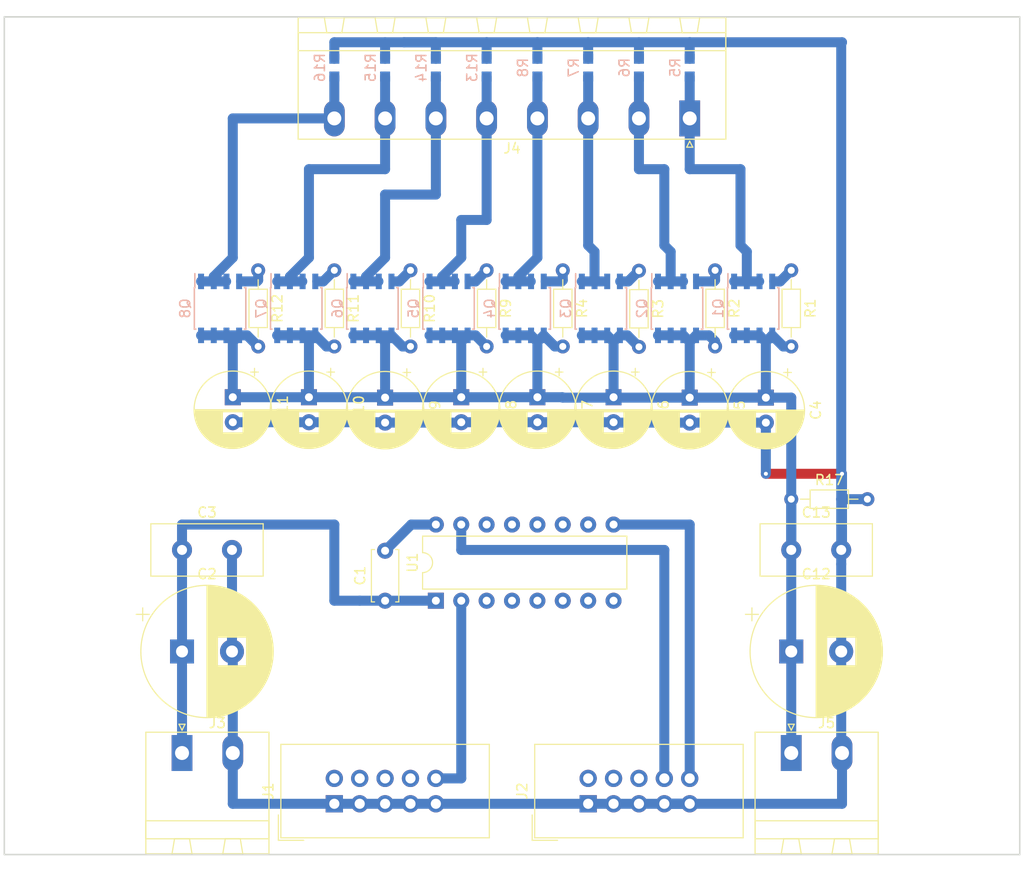
<source format=kicad_pcb>
(kicad_pcb (version 20221018) (generator pcbnew)
  (layers (0 "F.Cu" signal) (31 "B.Cu" signal) (34 "B.Paste" user) (35 "F.Paste" user) (36 "B.SilkS" user "B.Silkscreen") (37 "F.SilkS" user "F.Silkscreen") (38 "B.Mask" user) (39 "F.Mask" user) (44 "Edge.Cuts" user))
  (net 0 "")
  (net 1 "GND")
  (net 2 "VDD")
  (net 3 "VCC")
  (net 4 "Net-(J1-Pad2)")
  (net 5 "Net-(J1-Pad4)")
  (net 6 "Net-(J1-Pad6)")
  (net 7 "Net-(J1-Pad8)")
  (net 8 "Net-(J1-Pad10)")
  (net 9 "Net-(J2-Pad10)")
  (net 10 "LED_LAYER_0")
  (net 11 "LED_LAYER_1")
  (net 12 "LED_LAYER_2")
  (net 13 "LED_LAYER_3")
  (net 14 "LED_LAYER_4")
  (net 15 "LED_LAYER_5")
  (net 16 "LED_LAYER_6")
  (net 17 "LED_LAYER_7")
  (net 18 "LAYER_0")
  (net 19 "LAYER_1")
  (net 20 "LAYER_2")
  (net 21 "LAYER_3")
  (net 22 "LAYER_4")
  (net 23 "LAYER_5")
  (net 24 "LAYER_6")
  (net 25 "LAYER_7")
  (footprint "MountingHole:MountingHole_3.5mm" (layer "F.Cu") (at 107.62 142.38)
    (fp_text reference "REF**" hide)
    (fp_text value "MountingHole_3.5mm")
    (pad "" np_thru_hole circle (at 0 0) (size 3.5 3.5) (drill 3.5) (layers "*.Cu" "*.Mask"))
  )
  (footprint "MountingHole:MountingHole_3.5mm" (layer "F.Cu") (at 193.98 142.38)
    (fp_text reference "REF**" hide)
    (fp_text value "MountingHole_3.5mm")
    (pad "" np_thru_hole circle (at 0 0) (size 3.5 3.5) (drill 3.5) (layers "*.Cu" "*.Mask"))
  )
  (footprint "MountingHole:MountingHole_3.5mm" (layer "F.Cu") (at 107.62 71.26)
    (fp_text reference "REF**" hide)
    (fp_text value "MountingHole_3.5mm")
    (pad "" np_thru_hole circle (at 0 0) (size 3.5 3.5) (drill 3.5) (layers "*.Cu" "*.Mask"))
  )
  (footprint "MountingHole:MountingHole_3.5mm" (layer "F.Cu") (at 193.98 73.8)
    (fp_text reference "REF**" hide)
    (fp_text value "MountingHole_3.5mm")
    (pad "" np_thru_hole circle (at 0 0) (size 3.5 3.5) (drill 3.5) (layers "*.Cu" "*.Mask"))
  )
  (footprint "Capacitor_THT:CP_Radial_D7.5mm_P2.50mm" (layer "F.Cu") (at 176.2 104.28 -90)
    (fp_text reference "C4" (at 1.25 -5 270) (layer "F.SilkS"))
    (fp_text value "10µF")
    (pad "1" thru_hole rect (at 0 0 270) (size 1.6 1.6) (drill 0.8) (layers "*.Cu" "*.Mask") (net 2 "VDD"))
    (pad "2" thru_hole circle (at 2.5 0 270) (size 1.6 1.6) (drill 0.8) (layers "*.Cu" "*.Mask") (net 1 "GND"))
  )
  (footprint "Capacitor_THT:CP_Radial_D7.5mm_P2.50mm" (layer "F.Cu") (at 153.34 104.24 -90)
    (fp_text reference "C7" (at 1.25 -5 270) (layer "F.SilkS"))
    (fp_text value "10µF")
    (pad "1" thru_hole rect (at 0 0 270) (size 1.6 1.6) (drill 0.8) (layers "*.Cu" "*.Mask") (net 2 "VDD"))
    (pad "2" thru_hole circle (at 2.5 0 270) (size 1.6 1.6) (drill 0.8) (layers "*.Cu" "*.Mask") (net 1 "GND"))
  )
  (footprint "Capacitor_THT:CP_Radial_D7.5mm_P2.50mm" (layer "F.Cu") (at 145.72 104.24 -90)
    (fp_text reference "C8" (at 1.25 -5 270) (layer "F.SilkS"))
    (fp_text value "10µF")
    (pad "1" thru_hole rect (at 0 0 270) (size 1.6 1.6) (drill 0.8) (layers "*.Cu" "*.Mask") (net 2 "VDD"))
    (pad "2" thru_hole circle (at 2.5 0 270) (size 1.6 1.6) (drill 0.8) (layers "*.Cu" "*.Mask") (net 1 "GND"))
  )
  (footprint "Capacitor_THT:CP_Radial_D13.0mm_P5.00mm" (layer "F.Cu") (at 178.74 129.68)
    (fp_text reference "C12" (at 2.5 -7.75) (layer "F.SilkS"))
    (fp_text value "33µF")
    (pad "1" thru_hole rect (at 0 0) (size 2.4 2.4) (drill 1.2) (layers "*.Cu" "*.Mask") (net 2 "VDD"))
    (pad "2" thru_hole circle (at 5 0) (size 2.4 2.4) (drill 1.2) (layers "*.Cu" "*.Mask") (net 1 "GND"))
  )
  (footprint "Capacitor_THT:C_Disc_D11.0mm_W5.0mm_P5.00mm" (layer "F.Cu") (at 178.74 119.52)
    (fp_text reference "C13" (at 2.5 -3.75) (layer "F.SilkS"))
    (fp_text value "100nF")
    (pad "1" thru_hole circle (at 0 0) (size 2 2) (drill 1) (layers "*.Cu" "*.Mask") (net 2 "VDD"))
    (pad "2" thru_hole circle (at 5 0) (size 2 2) (drill 1) (layers "*.Cu" "*.Mask") (net 1 "GND"))
  )
  (footprint "Connector_Phoenix_MSTB:PhoenixContact_MSTBA_2,5_2-G-5,08_1x02_P5.08mm_Horizontal" (layer "F.Cu") (at 117.78 139.84)
    (fp_text reference "J3" (at 3.54 -3) (layer "F.SilkS"))
    (fp_text value "Conn_01x02")
    (pad "1" thru_hole rect (at 0 0) (size 2.08 3.6) (drill 1.4) (layers "*.Cu" "*.Mask") (net 3 "VCC"))
    (pad "2" thru_hole oval (at 5.08 0) (size 2.08 3.6) (drill 1.4) (layers "*.Cu" "*.Mask") (net 1 "GND"))
  )
  (footprint "Package_DIP:DIP-16_W7.62mm" (layer "F.Cu") (at 143.18 124.6 90)
    (fp_text reference "U1" (at 3.81 -2.33 90) (layer "F.SilkS"))
    (fp_text value "TPIC6C595")
    (pad "1" thru_hole rect (at 0 0 90) (size 1.6 1.6) (drill 0.8) (layers "*.Cu" "*.Mask") (net 3 "VCC"))
    (pad "2" thru_hole oval (at 0 2.54 90) (size 1.6 1.6) (drill 0.8) (layers "*.Cu" "*.Mask") (net 8 "Net-(J1-Pad10)"))
    (pad "3" thru_hole oval (at 0 5.08 90) (size 1.6 1.6) (drill 0.8) (layers "*.Cu" "*.Mask") (net 18 "LAYER_0"))
    (pad "4" thru_hole oval (at 0 7.62 90) (size 1.6 1.6) (drill 0.8) (layers "*.Cu" "*.Mask") (net 19 "LAYER_1"))
    (pad "5" thru_hole oval (at 0 10.16 90) (size 1.6 1.6) (drill 0.8) (layers "*.Cu" "*.Mask") (net 20 "LAYER_2"))
    (pad "6" thru_hole oval (at 0 12.7 90) (size 1.6 1.6) (drill 0.8) (layers "*.Cu" "*.Mask") (net 21 "LAYER_3"))
    (pad "7" thru_hole oval (at 0 15.24 90) (size 1.6 1.6) (drill 0.8) (layers "*.Cu" "*.Mask") (net 5 "Net-(J1-Pad4)"))
    (pad "8" thru_hole oval (at 0 17.78 90) (size 1.6 1.6) (drill 0.8) (layers "*.Cu" "*.Mask") (net 4 "Net-(J1-Pad2)"))
    (pad "9" thru_hole oval (at 7.62 17.78 90) (size 1.6 1.6) (drill 0.8) (layers "*.Cu" "*.Mask") (net 9 "Net-(J2-Pad10)"))
    (pad "10" thru_hole oval (at 7.62 15.24 90) (size 1.6 1.6) (drill 0.8) (layers "*.Cu" "*.Mask") (net 6 "Net-(J1-Pad6)"))
    (pad "11" thru_hole oval (at 7.62 12.7 90) (size 1.6 1.6) (drill 0.8) (layers "*.Cu" "*.Mask") (net 22 "LAYER_4"))
    (pad "12" thru_hole oval (at 7.62 10.16 90) (size 1.6 1.6) (drill 0.8) (layers "*.Cu" "*.Mask") (net 23 "LAYER_5"))
    (pad "13" thru_hole oval (at 7.62 7.62 90) (size 1.6 1.6) (drill 0.8) (layers "*.Cu" "*.Mask") (net 24 "LAYER_6"))
    (pad "14" thru_hole oval (at 7.62 5.08 90) (size 1.6 1.6) (drill 0.8) (layers "*.Cu" "*.Mask") (net 25 "LAYER_7"))
    (pad "15" thru_hole oval (at 7.62 2.54 90) (size 1.6 1.6) (drill 0.8) (layers "*.Cu" "*.Mask") (net 7 "Net-(J1-Pad8)"))
    (pad "16" thru_hole oval (at 7.62 0 90) (size 1.6 1.6) (drill 0.8) (layers "*.Cu" "*.Mask") (net 1 "GND"))
  )
  (footprint "Capacitor_THT:CP_Radial_D7.5mm_P2.50mm" (layer "F.Cu") (at 138.1 104.28 -90)
    (fp_text reference "C9" (at 1.25 -5 270) (layer "F.SilkS"))
    (fp_text value "10µF")
    (pad "1" thru_hole rect (at 0 0 270) (size 1.6 1.6) (drill 0.8) (layers "*.Cu" "*.Mask") (net 2 "VDD"))
    (pad "2" thru_hole circle (at 2.5 0 270) (size 1.6 1.6) (drill 0.8) (layers "*.Cu" "*.Mask") (net 1 "GND"))
  )
  (footprint "Capacitor_THT:CP_Radial_D7.5mm_P2.50mm" (layer "F.Cu") (at 122.86 104.24 -90)
    (fp_text reference "C11" (at 1.25 -5 270) (layer "F.SilkS"))
    (fp_text value "10µF")
    (pad "1" thru_hole rect (at 0 0 270) (size 1.6 1.6) (drill 0.8) (layers "*.Cu" "*.Mask") (net 2 "VDD"))
    (pad "2" thru_hole circle (at 2.5 0 270) (size 1.6 1.6) (drill 0.8) (layers "*.Cu" "*.Mask") (net 1 "GND"))
  )
  (footprint "Connector_Phoenix_MSTB:PhoenixContact_MSTBA_2,5_8-G-5,08_1x08_P5.08mm_Horizontal" (layer "F.Cu") (at 168.58 76.34 180)
    (fp_text reference "J4" (at 17.78 -3 180) (layer "F.SilkS"))
    (fp_text value "Conn_01x08")
    (pad "1" thru_hole rect (at 0 0 180) (size 2.08 3.6) (drill 1.4) (layers "*.Cu" "*.Mask") (net 10 "LED_LAYER_0"))
    (pad "2" thru_hole oval (at 5.08 0 180) (size 2.08 3.6) (drill 1.4) (layers "*.Cu" "*.Mask") (net 11 "LED_LAYER_1"))
    (pad "3" thru_hole oval (at 10.16 0 180) (size 2.08 3.6) (drill 1.4) (layers "*.Cu" "*.Mask") (net 12 "LED_LAYER_2"))
    (pad "4" thru_hole oval (at 15.24 0 180) (size 2.08 3.6) (drill 1.4) (layers "*.Cu" "*.Mask") (net 13 "LED_LAYER_3"))
    (pad "5" thru_hole oval (at 20.32 0 180) (size 2.08 3.6) (drill 1.4) (layers "*.Cu" "*.Mask") (net 14 "LED_LAYER_4"))
    (pad "6" thru_hole oval (at 25.4 0 180) (size 2.08 3.6) (drill 1.4) (layers "*.Cu" "*.Mask") (net 15 "LED_LAYER_5"))
    (pad "7" thru_hole oval (at 30.48 0 180) (size 2.08 3.6) (drill 1.4) (layers "*.Cu" "*.Mask") (net 16 "LED_LAYER_6"))
    (pad "8" thru_hole oval (at 35.56 0 180) (size 2.08 3.6) (drill 1.4) (layers "*.Cu" "*.Mask") (net 17 "LED_LAYER_7"))
  )
  (footprint "Connector_Phoenix_MSTB:PhoenixContact_MSTBA_2,5_2-G-5,08_1x02_P5.08mm_Horizontal" (layer "F.Cu") (at 178.74 139.84)
    (fp_text reference "J5" (at 3.54 -3) (layer "F.SilkS"))
    (fp_text value "Conn_01x02")
    (pad "1" thru_hole rect (at 0 0) (size 2.08 3.6) (drill 1.4) (layers "*.Cu" "*.Mask") (net 2 "VDD"))
    (pad "2" thru_hole oval (at 5.08 0) (size 2.08 3.6) (drill 1.4) (layers "*.Cu" "*.Mask") (net 1 "GND"))
  )
  (footprint "Capacitor_THT:C_Disc_D11.0mm_W5.0mm_P5.00mm" (layer "F.Cu") (at 117.78 119.52)
    (fp_text reference "C3" (at 2.5 -3.75) (layer "F.SilkS"))
    (fp_text value "100nF")
    (pad "1" thru_hole circle (at 0 0) (size 2 2) (drill 1) (layers "*.Cu" "*.Mask") (net 3 "VCC"))
    (pad "2" thru_hole circle (at 5 0) (size 2 2) (drill 1) (layers "*.Cu" "*.Mask") (net 1 "GND"))
  )
  (footprint "Resistor_THT:R_Axial_DIN0204_L3.6mm_D1.6mm_P7.62mm_Horizontal" (layer "F.Cu") (at 178.74 91.54 -90)
    (fp_text reference "R1" (at 3.81 -1.92 270) (layer "F.SilkS"))
    (fp_text value "1k")
    (pad "1" thru_hole circle (at 0 0 270) (size 1.4 1.4) (drill 0.7) (layers "*.Cu" "*.Mask") (net 18 "LAYER_0"))
    (pad "2" thru_hole oval (at 7.62 0 270) (size 1.4 1.4) (drill 0.7) (layers "*.Cu" "*.Mask") (net 2 "VDD"))
  )
  (footprint "Resistor_THT:R_Axial_DIN0204_L3.6mm_D1.6mm_P7.62mm_Horizontal" (layer "F.Cu") (at 163.5 91.58 -90)
    (fp_text reference "R3" (at 3.81 -1.92 270) (layer "F.SilkS"))
    (fp_text value "1k")
    (pad "1" thru_hole circle (at 0 0 270) (size 1.4 1.4) (drill 0.7) (layers "*.Cu" "*.Mask") (net 20 "LAYER_2"))
    (pad "2" thru_hole oval (at 7.62 0 270) (size 1.4 1.4) (drill 0.7) (layers "*.Cu" "*.Mask") (net 2 "VDD"))
  )
  (footprint "Resistor_THT:R_Axial_DIN0204_L3.6mm_D1.6mm_P7.62mm_Horizontal" (layer "F.Cu") (at 155.88 91.54 -90)
    (fp_text reference "R4" (at 3.81 -1.92 270) (layer "F.SilkS"))
    (fp_text value "1k")
    (pad "1" thru_hole circle (at 0 0 270) (size 1.4 1.4) (drill 0.7) (layers "*.Cu" "*.Mask") (net 21 "LAYER_3"))
    (pad "2" thru_hole oval (at 7.62 0 270) (size 1.4 1.4) (drill 0.7) (layers "*.Cu" "*.Mask") (net 2 "VDD"))
  )
  (footprint "Resistor_THT:R_Axial_DIN0204_L3.6mm_D1.6mm_P7.62mm_Horizontal" (layer "F.Cu") (at 148.26 91.54 -90)
    (fp_text reference "R9" (at 3.81 -1.92 270) (layer "F.SilkS"))
    (fp_text value "1k")
    (pad "1" thru_hole circle (at 0 0 270) (size 1.4 1.4) (drill 0.7) (layers "*.Cu" "*.Mask") (net 22 "LAYER_4"))
    (pad "2" thru_hole oval (at 7.62 0 270) (size 1.4 1.4) (drill 0.7) (layers "*.Cu" "*.Mask") (net 2 "VDD"))
  )
  (footprint "Resistor_THT:R_Axial_DIN0204_L3.6mm_D1.6mm_P7.62mm_Horizontal" (layer "F.Cu") (at 140.64 91.54 -90)
    (fp_text reference "R10" (at 3.81 -1.92 270) (layer "F.SilkS"))
    (fp_text value "1k")
    (pad "1" thru_hole circle (at 0 0 270) (size 1.4 1.4) (drill 0.7) (layers "*.Cu" "*.Mask") (net 23 "LAYER_5"))
    (pad "2" thru_hole oval (at 7.62 0 270) (size 1.4 1.4) (drill 0.7) (layers "*.Cu" "*.Mask") (net 2 "VDD"))
  )
  (footprint "Resistor_THT:R_Axial_DIN0204_L3.6mm_D1.6mm_P7.62mm_Horizontal" (layer "F.Cu") (at 125.4 91.54 -90)
    (fp_text reference "R12" (at 3.81 -1.92 270) (layer "F.SilkS"))
    (fp_text value "1k")
    (pad "1" thru_hole circle (at 0 0 270) (size 1.4 1.4) (drill 0.7) (layers "*.Cu" "*.Mask") (net 25 "LAYER_7"))
    (pad "2" thru_hole oval (at 7.62 0 270) (size 1.4 1.4) (drill 0.7) (layers "*.Cu" "*.Mask") (net 2 "VDD"))
  )
  (footprint "Resistor_THT:R_Axial_DIN0204_L3.6mm_D1.6mm_P7.62mm_Horizontal" (layer "F.Cu") (at 178.74 114.44)
    (fp_text reference "R17" (at 3.81 -1.92) (layer "F.SilkS"))
    (fp_text value "100k")
    (pad "1" thru_hole circle (at 0 0) (size 1.4 1.4) (drill 0.7) (layers "*.Cu" "*.Mask") (net 2 "VDD"))
    (pad "2" thru_hole oval (at 7.62 0) (size 1.4 1.4) (drill 0.7) (layers "*.Cu" "*.Mask") (net 1 "GND"))
  )
  (footprint "Resistor_THT:R_Axial_DIN0204_L3.6mm_D1.6mm_P7.62mm_Horizontal" (layer "F.Cu") (at 171.12 91.54 -90)
    (fp_text reference "R2" (at 3.81 -1.92 270) (layer "F.SilkS"))
    (fp_text value "1k")
    (pad "1" thru_hole circle (at 0 0 270) (size 1.4 1.4) (drill 0.7) (layers "*.Cu" "*.Mask") (net 19 "LAYER_1"))
    (pad "2" thru_hole oval (at 7.62 0 270) (size 1.4 1.4) (drill 0.7) (layers "*.Cu" "*.Mask") (net 2 "VDD"))
  )
  (footprint "Capacitor_THT:CP_Radial_D7.5mm_P2.50mm" (layer "F.Cu") (at 130.48 104.24 -90)
    (fp_text reference "C10" (at 1.25 -5 270) (layer "F.SilkS"))
    (fp_text value "10µF")
    (pad "1" thru_hole rect (at 0 0 270) (size 1.6 1.6) (drill 0.8) (layers "*.Cu" "*.Mask") (net 2 "VDD"))
    (pad "2" thru_hole circle (at 2.5 0 270) (size 1.6 1.6) (drill 0.8) (layers "*.Cu" "*.Mask") (net 1 "GND"))
  )
  (footprint "Capacitor_THT:CP_Radial_D7.5mm_P2.50mm" (layer "F.Cu") (at 160.96 104.24 -90)
    (fp_text reference "C6" (at 1.25 -5 270) (layer "F.SilkS"))
    (fp_text value "10µF")
    (pad "1" thru_hole rect (at 0 0 270) (size 1.6 1.6) (drill 0.8) (layers "*.Cu" "*.Mask") (net 2 "VDD"))
    (pad "2" thru_hole circle (at 2.5 0 270) (size 1.6 1.6) (drill 0.8) (layers "*.Cu" "*.Mask") (net 1 "GND"))
  )
  (footprint "Capacitor_THT:CP_Radial_D7.5mm_P2.50mm" (layer "F.Cu") (at 168.58 104.28 -90)
    (fp_text reference "C5" (at 1.25 -5 270) (layer "F.SilkS"))
    (fp_text value "10µF")
    (pad "1" thru_hole rect (at 0 0 270) (size 1.6 1.6) (drill 0.8) (layers "*.Cu" "*.Mask") (net 2 "VDD"))
    (pad "2" thru_hole circle (at 2.5 0 270) (size 1.6 1.6) (drill 0.8) (layers "*.Cu" "*.Mask") (net 1 "GND"))
  )
  (footprint "Resistor_THT:R_Axial_DIN0204_L3.6mm_D1.6mm_P7.62mm_Horizontal" (layer "F.Cu") (at 133.02 91.54 -90)
    (fp_text reference "R11" (at 3.81 -1.92 270) (layer "F.SilkS"))
    (fp_text value "1k")
    (pad "1" thru_hole circle (at 0 0 270) (size 1.4 1.4) (drill 0.7) (layers "*.Cu" "*.Mask") (net 24 "LAYER_6"))
    (pad "2" thru_hole oval (at 7.62 0 270) (size 1.4 1.4) (drill 0.7) (layers "*.Cu" "*.Mask") (net 2 "VDD"))
  )
  (footprint "Capacitor_THT:C_Disc_D5.0mm_W2.5mm_P5.00mm" (layer "F.Cu") (at 138.1 124.6 90)
    (fp_text reference "C1" (at 2.5 -2.5 90) (layer "F.SilkS"))
    (fp_text value "100nF")
    (pad "1" thru_hole circle (at 0 0 90) (size 1.6 1.6) (drill 0.8) (layers "*.Cu" "*.Mask") (net 3 "VCC"))
    (pad "2" thru_hole circle (at 5 0 90) (size 1.6 1.6) (drill 0.8) (layers "*.Cu" "*.Mask") (net 1 "GND"))
  )
  (footprint "Capacitor_THT:CP_Radial_D13.0mm_P5.00mm" (layer "F.Cu") (at 117.78 129.68)
    (fp_text reference "C2" (at 2.5 -7.75) (layer "F.SilkS"))
    (fp_text value "33µF")
    (pad "1" thru_hole rect (at 0 0) (size 2.4 2.4) (drill 1.2) (layers "*.Cu" "*.Mask") (net 3 "VCC"))
    (pad "2" thru_hole circle (at 5 0) (size 2.4 2.4) (drill 1.2) (layers "*.Cu" "*.Mask") (net 1 "GND"))
  )
  (footprint "Connector_IDC:IDC-Header_2x05_P2.54mm_Vertical" (layer "F.Cu") (at 133.02 144.92 90)
    (fp_text reference "J1" (at 1.27 -6.604 90) (layer "F.SilkS"))
    (fp_text value "Conn_01x10")
    (pad "1" thru_hole rect (at 0 0 90) (size 1.7272 1.7272) (drill 1.016) (layers "*.Cu" "*.Mask") (net 1 "GND"))
    (pad "2" thru_hole oval (at 2.54 0 90) (size 1.7272 1.7272) (drill 1.016) (layers "*.Cu" "*.Mask") (net 4 "Net-(J1-Pad2)"))
    (pad "3" thru_hole oval (at 0 2.54 90) (size 1.7272 1.7272) (drill 1.016) (layers "*.Cu" "*.Mask") (net 1 "GND"))
    (pad "4" thru_hole oval (at 2.54 2.54 90) (size 1.7272 1.7272) (drill 1.016) (layers "*.Cu" "*.Mask") (net 5 "Net-(J1-Pad4)"))
    (pad "5" thru_hole oval (at 0 5.08 90) (size 1.7272 1.7272) (drill 1.016) (layers "*.Cu" "*.Mask") (net 1 "GND"))
    (pad "6" thru_hole oval (at 2.54 5.08 90) (size 1.7272 1.7272) (drill 1.016) (layers "*.Cu" "*.Mask") (net 6 "Net-(J1-Pad6)"))
    (pad "7" thru_hole oval (at 0 7.62 90) (size 1.7272 1.7272) (drill 1.016) (layers "*.Cu" "*.Mask") (net 1 "GND"))
    (pad "8" thru_hole oval (at 2.54 7.62 90) (size 1.7272 1.7272) (drill 1.016) (layers "*.Cu" "*.Mask") (net 7 "Net-(J1-Pad8)"))
    (pad "9" thru_hole oval (at 0 10.16 90) (size 1.7272 1.7272) (drill 1.016) (layers "*.Cu" "*.Mask") (net 1 "GND"))
    (pad "10" thru_hole oval (at 2.54 10.16 90) (size 1.7272 1.7272) (drill 1.016) (layers "*.Cu" "*.Mask") (net 8 "Net-(J1-Pad10)"))
  )
  (footprint "Connector_IDC:IDC-Header_2x05_P2.54mm_Vertical" (layer "F.Cu") (at 158.42 144.92 90)
    (fp_text reference "J2" (at 1.27 -6.604 90) (layer "F.SilkS"))
    (fp_text value "Conn_01x10")
    (pad "1" thru_hole rect (at 0 0 90) (size 1.7272 1.7272) (drill 1.016) (layers "*.Cu" "*.Mask") (net 1 "GND"))
    (pad "2" thru_hole oval (at 2.54 0 90) (size 1.7272 1.7272) (drill 1.016) (layers "*.Cu" "*.Mask") (net 4 "Net-(J1-Pad2)"))
    (pad "3" thru_hole oval (at 0 2.54 90) (size 1.7272 1.7272) (drill 1.016) (layers "*.Cu" "*.Mask") (net 1 "GND"))
    (pad "4" thru_hole oval (at 2.54 2.54 90) (size 1.7272 1.7272) (drill 1.016) (layers "*.Cu" "*.Mask") (net 5 "Net-(J1-Pad4)"))
    (pad "5" thru_hole oval (at 0 5.08 90) (size 1.7272 1.7272) (drill 1.016) (layers "*.Cu" "*.Mask") (net 1 "GND"))
    (pad "6" thru_hole oval (at 2.54 5.08 90) (size 1.7272 1.7272) (drill 1.016) (layers "*.Cu" "*.Mask") (net 6 "Net-(J1-Pad6)"))
    (pad "7" thru_hole oval (at 0 7.62 90) (size 1.7272 1.7272) (drill 1.016) (layers "*.Cu" "*.Mask") (net 1 "GND"))
    (pad "8" thru_hole oval (at 2.54 7.62 90) (size 1.7272 1.7272) (drill 1.016) (layers "*.Cu" "*.Mask") (net 7 "Net-(J1-Pad8)"))
    (pad "9" thru_hole oval (at 0 10.16 90) (size 1.7272 1.7272) (drill 1.016) (layers "*.Cu" "*.Mask") (net 1 "GND"))
    (pad "10" thru_hole oval (at 2.54 10.16 90) (size 1.7272 1.7272) (drill 1.016) (layers "*.Cu" "*.Mask") (net 9 "Net-(J2-Pad10)"))
  )
  (footprint "Package_SO:SOIC-8_3.9x4.9mm_P1.27mm" (layer "B.Cu") (at 159.69 95.35 -90)
    (fp_text reference "Q3" (at 0 3.5 270) (layer "B.SilkS") (effects (justify mirror)))
    (fp_text value "SI4463")
    (pad "1" smd rect (at -2.7 1.905 270) (size 1.55 0.6) (layers "B.Cu" "B.Paste" "B.Mask") (net 12 "LED_LAYER_2"))
    (pad "2" smd rect (at -2.7 0.635 270) (size 1.55 0.6) (layers "B.Cu" "B.Paste" "B.Mask") (net 12 "LED_LAYER_2"))
    (pad "3" smd rect (at -2.7 -0.635 270) (size 1.55 0.6) (layers "B.Cu" "B.Paste" "B.Mask") (net 12 "LED_LAYER_2"))
    (pad "4" smd rect (at -2.7 -1.905 270) (size 1.55 0.6) (layers "B.Cu" "B.Paste" "B.Mask") (net 20 "LAYER_2"))
    (pad "5" smd rect (at 2.7 -1.905 270) (size 1.55 0.6) (layers "B.Cu" "B.Paste" "B.Mask") (net 2 "VDD"))
    (pad "6" smd rect (at 2.7 -0.635 270) (size 1.55 0.6) (layers "B.Cu" "B.Paste" "B.Mask") (net 2 "VDD"))
    (pad "7" smd rect (at 2.7 0.635 270) (size 1.55 0.6) (layers "B.Cu" "B.Paste" "B.Mask") (net 2 "VDD"))
    (pad "8" smd rect (at 2.7 1.905 270) (size 1.55 0.6) (layers "B.Cu" "B.Paste" "B.Mask") (net 2 "VDD"))
  )
  (footprint "Package_SO:SOIC-8_3.9x4.9mm_P1.27mm" (layer "B.Cu") (at 152.07 95.35 -90)
    (fp_text reference "Q4" (at 0 3.5 270) (layer "B.SilkS") (effects (justify mirror)))
    (fp_text value "SI4463")
    (pad "1" smd rect (at -2.7 1.905 270) (size 1.55 0.6) (layers "B.Cu" "B.Paste" "B.Mask") (net 13 "LED_LAYER_3"))
    (pad "2" smd rect (at -2.7 0.635 270) (size 1.55 0.6) (layers "B.Cu" "B.Paste" "B.Mask") (net 13 "LED_LAYER_3"))
    (pad "3" smd rect (at -2.7 -0.635 270) (size 1.55 0.6) (layers "B.Cu" "B.Paste" "B.Mask") (net 13 "LED_LAYER_3"))
    (pad "4" smd rect (at -2.7 -1.905 270) (size 1.55 0.6) (layers "B.Cu" "B.Paste" "B.Mask") (net 21 "LAYER_3"))
    (pad "5" smd rect (at 2.7 -1.905 270) (size 1.55 0.6) (layers "B.Cu" "B.Paste" "B.Mask") (net 2 "VDD"))
    (pad "6" smd rect (at 2.7 -0.635 270) (size 1.55 0.6) (layers "B.Cu" "B.Paste" "B.Mask") (net 2 "VDD"))
    (pad "7" smd rect (at 2.7 0.635 270) (size 1.55 0.6) (layers "B.Cu" "B.Paste" "B.Mask") (net 2 "VDD"))
    (pad "8" smd rect (at 2.7 1.905 270) (size 1.55 0.6) (layers "B.Cu" "B.Paste" "B.Mask") (net 2 "VDD"))
  )
  (footprint "Package_SO:SOIC-8_3.9x4.9mm_P1.27mm" (layer "B.Cu") (at 144.45 95.35 -90)
    (fp_text reference "Q5" (at 0 3.5 270) (layer "B.SilkS") (effects (justify mirror)))
    (fp_text value "SI4463")
    (pad "1" smd rect (at -2.7 1.905 270) (size 1.55 0.6) (layers "B.Cu" "B.Paste" "B.Mask") (net 14 "LED_LAYER_4"))
    (pad "2" smd rect (at -2.7 0.635 270) (size 1.55 0.6) (layers "B.Cu" "B.Paste" "B.Mask") (net 14 "LED_LAYER_4"))
    (pad "3" smd rect (at -2.7 -0.635 270) (size 1.55 0.6) (layers "B.Cu" "B.Paste" "B.Mask") (net 14 "LED_LAYER_4"))
    (pad "4" smd rect (at -2.7 -1.905 270) (size 1.55 0.6) (layers "B.Cu" "B.Paste" "B.Mask") (net 22 "LAYER_4"))
    (pad "5" smd rect (at 2.7 -1.905 270) (size 1.55 0.6) (layers "B.Cu" "B.Paste" "B.Mask") (net 2 "VDD"))
    (pad "6" smd rect (at 2.7 -0.635 270) (size 1.55 0.6) (layers "B.Cu" "B.Paste" "B.Mask") (net 2 "VDD"))
    (pad "7" smd rect (at 2.7 0.635 270) (size 1.55 0.6) (layers "B.Cu" "B.Paste" "B.Mask") (net 2 "VDD"))
    (pad "8" smd rect (at 2.7 1.905 270) (size 1.55 0.6) (layers "B.Cu" "B.Paste" "B.Mask") (net 2 "VDD"))
  )
  (footprint "Package_SO:SOIC-8_3.9x4.9mm_P1.27mm" (layer "B.Cu") (at 136.83 95.35 -90)
    (fp_text reference "Q6" (at 0 3.5 270) (layer "B.SilkS") (effects (justify mirror)))
    (fp_text value "SI4463")
    (pad "1" smd rect (at -2.7 1.905 270) (size 1.55 0.6) (layers "B.Cu" "B.Paste" "B.Mask") (net 15 "LED_LAYER_5"))
    (pad "2" smd rect (at -2.7 0.635 270) (size 1.55 0.6) (layers "B.Cu" "B.Paste" "B.Mask") (net 15 "LED_LAYER_5"))
    (pad "3" smd rect (at -2.7 -0.635 270) (size 1.55 0.6) (layers "B.Cu" "B.Paste" "B.Mask") (net 15 "LED_LAYER_5"))
    (pad "4" smd rect (at -2.7 -1.905 270) (size 1.55 0.6) (layers "B.Cu" "B.Paste" "B.Mask") (net 23 "LAYER_5"))
    (pad "5" smd rect (at 2.7 -1.905 270) (size 1.55 0.6) (layers "B.Cu" "B.Paste" "B.Mask") (net 2 "VDD"))
    (pad "6" smd rect (at 2.7 -0.635 270) (size 1.55 0.6) (layers "B.Cu" "B.Paste" "B.Mask") (net 2 "VDD"))
    (pad "7" smd rect (at 2.7 0.635 270) (size 1.55 0.6) (layers "B.Cu" "B.Paste" "B.Mask") (net 2 "VDD"))
    (pad "8" smd rect (at 2.7 1.905 270) (size 1.55 0.6) (layers "B.Cu" "B.Paste" "B.Mask") (net 2 "VDD"))
  )
  (footprint "Package_SO:SOIC-8_3.9x4.9mm_P1.27mm" (layer "B.Cu") (at 129.21 95.35 -90)
    (fp_text reference "Q7" (at 0 3.5 270) (layer "B.SilkS") (effects (justify mirror)))
    (fp_text value "SI4463")
    (pad "1" smd rect (at -2.7 1.905 270) (size 1.55 0.6) (layers "B.Cu" "B.Paste" "B.Mask") (net 16 "LED_LAYER_6"))
    (pad "2" smd rect (at -2.7 0.635 270) (size 1.55 0.6) (layers "B.Cu" "B.Paste" "B.Mask") (net 16 "LED_LAYER_6"))
    (pad "3" smd rect (at -2.7 -0.635 270) (size 1.55 0.6) (layers "B.Cu" "B.Paste" "B.Mask") (net 16 "LED_LAYER_6"))
    (pad "4" smd rect (at -2.7 -1.905 270) (size 1.55 0.6) (layers "B.Cu" "B.Paste" "B.Mask") (net 24 "LAYER_6"))
    (pad "5" smd rect (at 2.7 -1.905 270) (size 1.55 0.6) (layers "B.Cu" "B.Paste" "B.Mask") (net 2 "VDD"))
    (pad "6" smd rect (at 2.7 -0.635 270) (size 1.55 0.6) (layers "B.Cu" "B.Paste" "B.Mask") (net 2 "VDD"))
    (pad "7" smd rect (at 2.7 0.635 270) (size 1.55 0.6) (layers "B.Cu" "B.Paste" "B.Mask") (net 2 "VDD"))
    (pad "8" smd rect (at 2.7 1.905 270) (size 1.55 0.6) (layers "B.Cu" "B.Paste" "B.Mask") (net 2 "VDD"))
  )
  (footprint "Package_SO:SOIC-8_3.9x4.9mm_P1.27mm" (layer "B.Cu") (at 121.59 95.35 -90)
    (fp_text reference "Q8" (at 0 3.5 270) (layer "B.SilkS") (effects (justify mirror)))
    (fp_text value "SI4463")
    (pad "1" smd rect (at -2.7 1.905 270) (size 1.55 0.6) (layers "B.Cu" "B.Paste" "B.Mask") (net 17 "LED_LAYER_7"))
    (pad "2" smd rect (at -2.7 0.635 270) (size 1.55 0.6) (layers "B.Cu" "B.Paste" "B.Mask") (net 17 "LED_LAYER_7"))
    (pad "3" smd rect (at -2.7 -0.635 270) (size 1.55 0.6) (layers "B.Cu" "B.Paste" "B.Mask") (net 17 "LED_LAYER_7"))
    (pad "4" smd rect (at -2.7 -1.905 270) (size 1.55 0.6) (layers "B.Cu" "B.Paste" "B.Mask") (net 25 "LAYER_7"))
    (pad "5" smd rect (at 2.7 -1.905 270) (size 1.55 0.6) (layers "B.Cu" "B.Paste" "B.Mask") (net 2 "VDD"))
    (pad "6" smd rect (at 2.7 -0.635 270) (size 1.55 0.6) (layers "B.Cu" "B.Paste" "B.Mask") (net 2 "VDD"))
    (pad "7" smd rect (at 2.7 0.635 270) (size 1.55 0.6) (layers "B.Cu" "B.Paste" "B.Mask") (net 2 "VDD"))
    (pad "8" smd rect (at 2.7 1.905 270) (size 1.55 0.6) (layers "B.Cu" "B.Paste" "B.Mask") (net 2 "VDD"))
  )
  (footprint "Package_SO:SOIC-8_3.9x4.9mm_P1.27mm" (layer "B.Cu") (at 174.93 95.35 -90)
    (fp_text reference "Q1" (at 0 3.5 270) (layer "B.SilkS") (effects (justify mirror)))
    (fp_text value "SI4463")
    (pad "1" smd rect (at -2.7 1.905 270) (size 1.55 0.6) (layers "B.Cu" "B.Paste" "B.Mask") (net 10 "LED_LAYER_0"))
    (pad "2" smd rect (at -2.7 0.635 270) (size 1.55 0.6) (layers "B.Cu" "B.Paste" "B.Mask") (net 10 "LED_LAYER_0"))
    (pad "3" smd rect (at -2.7 -0.635 270) (size 1.55 0.6) (layers "B.Cu" "B.Paste" "B.Mask") (net 10 "LED_LAYER_0"))
    (pad "4" smd rect (at -2.7 -1.905 270) (size 1.55 0.6) (layers "B.Cu" "B.Paste" "B.Mask") (net 18 "LAYER_0"))
    (pad "5" smd rect (at 2.7 -1.905 270) (size 1.55 0.6) (layers "B.Cu" "B.Paste" "B.Mask") (net 2 "VDD"))
    (pad "6" smd rect (at 2.7 -0.635 270) (size 1.55 0.6) (layers "B.Cu" "B.Paste" "B.Mask") (net 2 "VDD"))
    (pad "7" smd rect (at 2.7 0.635 270) (size 1.55 0.6) (layers "B.Cu" "B.Paste" "B.Mask") (net 2 "VDD"))
    (pad "8" smd rect (at 2.7 1.905 270) (size 1.55 0.6) (layers "B.Cu" "B.Paste" "B.Mask") (net 2 "VDD"))
  )
  (footprint "Package_SO:SOIC-8_3.9x4.9mm_P1.27mm" (layer "B.Cu") (at 167.31 95.35 -90)
    (fp_text reference "Q2" (at 0 3.5 270) (layer "B.SilkS") (effects (justify mirror)))
    (fp_text value "SI4463")
    (pad "1" smd rect (at -2.7 1.905 270) (size 1.55 0.6) (layers "B.Cu" "B.Paste" "B.Mask") (net 11 "LED_LAYER_1"))
    (pad "2" smd rect (at -2.7 0.635 270) (size 1.55 0.6) (layers "B.Cu" "B.Paste" "B.Mask") (net 11 "LED_LAYER_1"))
    (pad "3" smd rect (at -2.7 -0.635 270) (size 1.55 0.6) (layers "B.Cu" "B.Paste" "B.Mask") (net 11 "LED_LAYER_1"))
    (pad "4" smd rect (at -2.7 -1.905 270) (size 1.55 0.6) (layers "B.Cu" "B.Paste" "B.Mask") (net 19 "LAYER_1"))
    (pad "5" smd rect (at 2.7 -1.905 270) (size 1.55 0.6) (layers "B.Cu" "B.Paste" "B.Mask") (net 2 "VDD"))
    (pad "6" smd rect (at 2.7 -0.635 270) (size 1.55 0.6) (layers "B.Cu" "B.Paste" "B.Mask") (net 2 "VDD"))
    (pad "7" smd rect (at 2.7 0.635 270) (size 1.55 0.6) (layers "B.Cu" "B.Paste" "B.Mask") (net 2 "VDD"))
    (pad "8" smd rect (at 2.7 1.905 270) (size 1.55 0.6) (layers "B.Cu" "B.Paste" "B.Mask") (net 2 "VDD"))
  )
  (footprint "Resistor_SMD:R_0603_1608Metric_Pad0.99x1.00mm_HandSolder" (layer "B.Cu") (at 168.58 71.26 -90)
    (fp_text reference "R5" (at 0 1.45 270) (layer "B.SilkS") (effects (justify mirror)))
    (fp_text value "120")
    (pad "1" smd rect (at -0.8875 0 270) (size 0.995 1) (layers "B.Cu" "B.Paste" "B.Mask") (net 1 "GND"))
    (pad "2" smd rect (at 0.8875 0 270) (size 0.995 1) (layers "B.Cu" "B.Paste" "B.Mask") (net 10 "LED_LAYER_0"))
  )
  (footprint "Resistor_SMD:R_0603_1608Metric_Pad0.99x1.00mm_HandSolder" (layer "B.Cu") (at 163.5 71.26 -90)
    (fp_text reference "R6" (at 0 1.45 270) (layer "B.SilkS") (effects (justify mirror)))
    (fp_text value "120")
    (pad "1" smd rect (at -0.8875 0 270) (size 0.995 1) (layers "B.Cu" "B.Paste" "B.Mask") (net 1 "GND"))
    (pad "2" smd rect (at 0.8875 0 270) (size 0.995 1) (layers "B.Cu" "B.Paste" "B.Mask") (net 11 "LED_LAYER_1"))
  )
  (footprint "Resistor_SMD:R_0603_1608Metric_Pad0.99x1.00mm_HandSolder" (layer "B.Cu") (at 158.42 71.26 -90)
    (fp_text reference "R7" (at 0 1.45 270) (layer "B.SilkS") (effects (justify mirror)))
    (fp_text value "120")
    (pad "1" smd rect (at -0.8875 0 270) (size 0.995 1) (layers "B.Cu" "B.Paste" "B.Mask") (net 1 "GND"))
    (pad "2" smd rect (at 0.8875 0 270) (size 0.995 1) (layers "B.Cu" "B.Paste" "B.Mask") (net 12 "LED_LAYER_2"))
  )
  (footprint "Resistor_SMD:R_0603_1608Metric_Pad0.99x1.00mm_HandSolder" (layer "B.Cu") (at 153.34 71.26 -90)
    (fp_text reference "R8" (at 0 1.45 270) (layer "B.SilkS") (effects (justify mirror)))
    (fp_text value "120")
    (pad "1" smd rect (at -0.8875 0 270) (size 0.995 1) (layers "B.Cu" "B.Paste" "B.Mask") (net 1 "GND"))
    (pad "2" smd rect (at 0.8875 0 270) (size 0.995 1) (layers "B.Cu" "B.Paste" "B.Mask") (net 13 "LED_LAYER_3"))
  )
  (footprint "Resistor_SMD:R_0603_1608Metric_Pad0.99x1.00mm_HandSolder" (layer "B.Cu") (at 148.26 71.26 -90)
    (fp_text reference "R13" (at 0 1.45 270) (layer "B.SilkS") (effects (justify mirror)))
    (fp_text value "120")
    (pad "1" smd rect (at -0.8875 0 270) (size 0.995 1) (layers "B.Cu" "B.Paste" "B.Mask") (net 1 "GND"))
    (pad "2" smd rect (at 0.8875 0 270) (size 0.995 1) (layers "B.Cu" "B.Paste" "B.Mask") (net 14 "LED_LAYER_4"))
  )
  (footprint "Resistor_SMD:R_0603_1608Metric_Pad0.99x1.00mm_HandSolder" (layer "B.Cu") (at 143.18 71.26 -90)
    (fp_text reference "R14" (at 0 1.45 90) (layer "B.SilkS") (effects (justify mirror)))
    (fp_text value "120")
    (pad "1" smd rect (at -0.8875 0 270) (size 0.995 1) (layers "B.Cu" "B.Paste" "B.Mask") (net 1 "GND"))
    (pad "2" smd rect (at 0.8875 0 270) (size 0.995 1) (layers "B.Cu" "B.Paste" "B.Mask") (net 15 "LED_LAYER_5"))
  )
  (footprint "Resistor_SMD:R_0603_1608Metric_Pad0.99x1.00mm_HandSolder" (layer "B.Cu") (at 138.1 71.26 -90)
    (fp_text reference "R15" (at 0 1.45 90) (layer "B.SilkS") (effects (justify mirror)))
    (fp_text value "120")
    (pad "1" smd rect (at -0.8875 0 270) (size 0.995 1) (layers "B.Cu" "B.Paste" "B.Mask") (net 1 "GND"))
    (pad "2" smd rect (at 0.8875 0 270) (size 0.995 1) (layers "B.Cu" "B.Paste" "B.Mask") (net 16 "LED_LAYER_6"))
  )
  (footprint "Resistor_SMD:R_0603_1608Metric_Pad0.99x1.00mm_HandSolder" (layer "B.Cu") (at 133.02 71.26 -90)
    (fp_text reference "R16" (at 0 1.45 270) (layer "B.SilkS") (effects (justify mirror)))
    (fp_text value "120")
    (pad "1" smd rect (at -0.8875 0 270) (size 0.995 1) (layers "B.Cu" "B.Paste" "B.Mask") (net 1 "GND"))
    (pad "2" smd rect (at 0.8875 0 270) (size 0.995 1) (layers "B.Cu" "B.Paste" "B.Mask") (net 17 "LED_LAYER_7"))
  )
  (gr_line (start 201.6 66.18) (end 100 66.18) (stroke (width 0.15)) (layer "Edge.Cuts"))
  (gr_line (start 100 150) (end 201.6 150) (stroke (width 0.15)) (layer "Edge.Cuts"))
  (gr_line (start 100 66.18) (end 100 150) (stroke (width 0.15)) (layer "Edge.Cuts"))
  (gr_line (start 201.6 150) (end 201.6 66.18) (stroke (width 0.15)) (layer "Edge.Cuts"))
  (segment (start 176.2 111.9) (end 183.82 111.9) (width 1) (layer "F.Cu") (net 1))
  (via (at 183.82 111.9) (size 0.8) (drill 0.4) (layers "F.Cu" "B.Cu") (net 1))
  (via (at 176.2 111.9) (size 0.8) (drill 0.4) (layers "F.Cu" "B.Cu") (net 1))
  (segment (start 183.82 144.92) (end 165.82187 144.92) (width 1) (layer "B.Cu") (net 1))
  (segment (start 138.06 106.74) (end 138.1 106.78) (width 1) (layer "B.Cu") (net 1))
  (segment (start 168.58 144.92) (end 166.04 144.92) (width 1) (layer "B.Cu") (net 1))
  (segment (start 183.74 116.9) (end 183.74 119.52) (width 1) (layer "B.Cu") (net 1))
  (segment (start 143.18 116.98) (end 140.72 116.98) (width 1) (layer "B.Cu") (net 1))
  (segment (start 183.74 120.934213) (end 183.74 129.68) (width 1) (layer "B.Cu") (net 1))
  (segment (start 160.96 106.74) (end 153.34 106.74) (width 1) (layer "B.Cu") (net 1))
  (segment (start 135.56 144.92) (end 133.02 144.92) (width 1) (layer "B.Cu") (net 1))
  (segment (start 163.5 144.92) (end 160.96 144.92) (width 1) (layer "B.Cu") (net 1))
  (segment (start 140.72 116.98) (end 138.1 119.6) (width 1) (layer "B.Cu") (net 1))
  (segment (start 143.18 68.72) (end 140 68.72) (width 1) (layer "B.Cu") (net 1))
  (segment (start 183.82 139.84) (end 183.82 144.92) (width 1) (layer "B.Cu") (net 1))
  (segment (start 160.96 144.92) (end 158.42 144.92) (width 1) (layer "B.Cu") (net 1))
  (segment (start 158.42 70.3725) (end 158.42 68.72) (width 1) (layer "B.Cu") (net 1))
  (segment (start 153.34 70.3725) (end 153.34 68.72) (width 1) (layer "B.Cu") (net 1))
  (segment (start 143.18 144.92) (end 140.64 144.92) (width 1) (layer "B.Cu") (net 1))
  (segment (start 122.86 139.84) (end 122.86 129.76) (width 1) (layer "B.Cu") (net 1))
  (segment (start 168.58 68.72) (end 158.42 68.72) (width 1) (layer "B.Cu") (net 1))
  (segment (start 166.04 144.92) (end 163.5 144.92) (width 1) (layer "B.Cu") (net 1))
  (segment (start 163.5 70.3725) (end 163.5 68.72) (width 1) (layer "B.Cu") (net 1))
  (segment (start 148.26 70.3725) (end 148.26 68.72) (width 1) (layer "B.Cu") (net 1))
  (segment (start 183.82 119.44) (end 183.74 119.52) (width 1) (layer "B.Cu") (net 1))
  (segment (start 183.74 68.8) (end 183.74 114.44) (width 1) (layer "B.Cu") (net 1))
  (segment (start 153.34 68.72) (end 148.26 68.72) (width 1) (layer "B.Cu") (net 1))
  (segment (start 158.42 68.72) (end 153.34 68.72) (width 1) (layer "B.Cu") (net 1))
  (segment (start 138.1 70.3725) (end 138.1 68.72) (width 1) (layer "B.Cu") (net 1))
  (segment (start 138.1 106.78) (end 145.68 106.78) (width 1) (layer "B.Cu") (net 1))
  (segment (start 165.82187 144.92) (end 168.58 144.92) (width 1) (layer "B.Cu") (net 1))
  (segment (start 183.82 111.9) (end 183.82 119.44) (width 1) (layer "B.Cu") (net 1))
  (segment (start 122.78 129.68) (end 122.78 119.52) (width 1) (layer "B.Cu") (net 1))
  (segment (start 176.2 106.78) (end 176.2 111.9) (width 1) (layer "B.Cu") (net 1))
  (segment (start 122.86 106.74) (end 130.48 106.74) (width 1) (layer "B.Cu") (net 1))
  (segment (start 140.64 144.92) (end 138.1 144.92) (width 1) (layer "B.Cu") (net 1))
  (segment (start 183.74 114.44) (end 183.74 116.9) (width 1) (layer "B.Cu") (net 1))
  (segment (start 145.72 106.74) (end 153.34 106.74) (width 1) (layer "B.Cu") (net 1))
  (segment (start 183.82 68.72) (end 183.74 68.8) (width 1) (layer "B.Cu") (net 1))
  (segment (start 158.42 144.92) (end 143.18 144.92) (width 1) (layer "B.Cu") (net 1))
  (segment (start 183.74 139.76) (end 183.82 139.84) (width 1) (layer "B.Cu") (net 1))
  (segment (start 130.48 106.74) (end 138.06 106.74) (width 1) (layer "B.Cu") (net 1))
  (segment (start 122.86 129.76) (end 122.78 129.68) (width 1) (layer "B.Cu") (net 1))
  (segment (start 122.86 144.92) (end 122.86 139.84) (width 1) (layer "B.Cu") (net 1))
  (segment (start 143.18 70.3725) (end 143.18 68.72) (width 1) (layer "B.Cu") (net 1))
  (segment (start 161 106.78) (end 160.96 106.74) (width 1) (layer "B.Cu") (net 1))
  (segment (start 183.74 129.68) (end 183.74 139.76) (width 1) (layer "B.Cu") (net 1))
  (segment (start 168.58 70.3725) (end 168.58 68.72) (width 1) (layer "B.Cu") (net 1))
  (segment (start 148.26 68.72) (end 140 68.72) (width 1) (layer "B.Cu") (net 1))
  (segment (start 186.36 114.44) (end 183.74 114.44) (width 1) (layer "B.Cu") (net 1))
  (segment (start 168.58 106.78) (end 161 106.78) (width 1) (layer "B.Cu") (net 1))
  (segment (start 183.74 119.52) (end 183.74 120.934213) (width 1) (layer "B.Cu") (net 1))
  (segment (start 133.02 70.3725) (end 133.02 68.72) (width 1) (layer "B.Cu") (net 1))
  (segment (start 145.68 106.78) (end 145.72 106.74) (width 1) (layer "B.Cu") (net 1))
  (segment (start 140 68.72) (end 133.02 68.72) (width 1) (layer "B.Cu") (net 1))
  (segment (start 176.2 106.78) (end 168.58 106.78) (width 1) (layer "B.Cu") (net 1))
  (segment (start 168.58 68.72) (end 183.82 68.72) (width 1) (layer "B.Cu") (net 1))
  (segment (start 133.02 144.92) (end 122.86 144.92) (width 1) (layer "B.Cu") (net 1))
  (segment (start 138.1 144.92) (end 135.56 144.92) (width 1) (layer "B.Cu") (net 1))
  (segment (start 127.305 98.05) (end 128.575 98.05) (width 1) (layer "B.Cu") (net 2))
  (segment (start 176.2 104.28) (end 178.74 104.28) (width 1) (layer "B.Cu") (net 2))
  (segment (start 122.86 104.24) (end 122.86 98.685) (width 1) (layer "B.Cu") (net 2))
  (segment (start 178.74 139.84) (end 178.74 129.68) (width 1) (layer "B.Cu") (net 2))
  (segment (start 178.74 129.68) (end 178.74 119.52) (width 1) (layer "B.Cu") (net 2))
  (segment (start 166.675 98.05) (end 167.945 98.05) (width 1) (layer "B.Cu") (net 2))
  (segment (start 127.305 98.05) (end 129.845 98.05) (width 1) (layer "B.Cu") (net 2))
  (segment (start 155.085 99.16) (end 153.975 98.05) (width 1) (layer "B.Cu") (net 2))
  (segment (start 159.055 98.05) (end 160.325 98.05) (width 1) (layer "B.Cu") (net 2))
  (segment (start 176.2 104.28) (end 176.2 98.685) (width 1) (layer "B.Cu") (net 2))
  (segment (start 120.955 98.05) (end 122.225 98.05) (width 1) (layer "B.Cu") (net 2))
  (segment (start 160.96 104.24) (end 160.96 98.685) (width 1) (layer "B.Cu") (net 2))
  (segment (start 145.72 98.685) (end 146.355 98.05) (width 1) (layer "B.Cu") (net 2))
  (segment (start 153.34 104.24) (end 155.84 104.24) (width 1) (layer "B.Cu") (net 2))
  (segment (start 142.545 98.05) (end 143.815 98.05) (width 1) (layer "B.Cu") (net 2))
  (segment (start 178.74 114.44) (end 178.74 119.52) (width 1) (layer "B.Cu") (net 2))
  (segment (start 153.34 104.24) (end 145.72 104.24) (width 1) (layer "B.Cu") (net 2))
  (segment (start 130.48 104.24) (end 130.48 98.05) (width 1) (layer "B.Cu") (net 2))
  (segment (start 140.64 99.16) (end 139.845 99.16) (width 1) (layer "B.Cu") (net 2))
  (segment (start 168.58 98.685) (end 169.215 98.05) (width 1) (layer "B.Cu") (net 2))
  (segment (start 145.72 104.24) (end 145.72 98.685) (width 1) (layer "B.Cu") (net 2))
  (segment (start 128.575 98.05) (end 129.845 98.05) (width 1) (layer "B.Cu") (net 2))
  (segment (start 123.495 98.05) (end 124.29 98.05) (width 1) (layer "B.Cu") (net 2))
  (segment (start 143.815 98.05) (end 145.085 98.05) (width 1) (layer "B.Cu") (net 2))
  (segment (start 171.12 98.655) (end 171.12 99.16) (width 1) (layer "B.Cu") (net 2))
  (segment (start 157.785 98.05) (end 159.055 98.05) (width 1) (layer "B.Cu") (net 2))
  (segment (start 122.225 98.05) (end 123.495 98.05) (width 1) (layer "B.Cu") (net 2))
  (segment (start 153.34 98.685) (end 153.975 98.05) (width 1) (layer "B.Cu") (net 2))
  (segment (start 176.835 98.05) (end 176.2 98.685) (width 1) (layer "B.Cu") (net 2))
  (segment (start 130.48 98.05) (end 131.115 98.05) (width 1) (layer "B.Cu") (net 2))
  (segment (start 177.945 99.16) (end 176.835 98.05) (width 1) (layer "B.Cu") (net 2))
  (segment (start 139.845 99.16) (end 138.735 98.05) (width 1) (layer "B.Cu") (net 2))
  (segment (start 147.15 98.05) (end 148.26 99.16) (width 1) (layer "B.Cu") (net 2))
  (segment (start 136.195 98.05) (end 137.465 98.05) (width 1) (layer "B.Cu") (net 2))
  (segment (start 150.165 98.05) (end 151.435 98.05) (width 1) (layer "B.Cu") (net 2))
  (segment (start 175.565 98.05) (end 174.295 98.05) (width 1) (layer "B.Cu") (net 2))
  (segment (start 122.86 104.24) (end 130.48 104.24) (width 1) (layer "B.Cu") (net 2))
  (segment (start 134.925 98.05) (end 136.195 98.05) (width 1) (layer "B.Cu") (net 2))
  (segment (start 130.48 104.24) (end 138.06 104.24) (width 1) (layer "B.Cu") (net 2))
  (segment (start 138.1 98.685) (end 137.465 98.05) (width 1) (layer "B.Cu") (net 2))
  (segment (start 138.06 104.24) (end 138.1 104.28) (width 1) (layer "B.Cu") (net 2))
  (segment (start 122.86 98.685) (end 123.495 98.05) (width 1) (layer "B.Cu") (net 2))
  (segment (start 170.515 98.05) (end 171.12 98.655) (width 1) (layer "B.Cu") (net 2))
  (segment (start 153.34 104.24) (end 153.34 98.685) (width 1) (layer "B.Cu") (net 2))
  (segment (start 178.74 104.28) (end 178.74 119.52) (width 1) (layer "B.Cu") (net 2))
  (segment (start 146.355 98.05) (end 147.15 98.05) (width 1) (layer "B.Cu") (net 2))
  (segment (start 133.02 99.16) (end 132.225 99.16) (width 1) (layer "B.Cu") (net 2))
  (segment (start 145.72 104.24) (end 138.14 104.24) (width 1) (layer "B.Cu") (net 2))
  (segment (start 138.14 104.24) (end 138.1 104.28) (width 1) (layer "B.Cu") (net 2))
  (segment (start 119.685 98.05) (end 120.955 98.05) (width 1) (layer "B.Cu") (net 2))
  (segment (start 176.2 104.28) (end 155.88 104.28) (width 1) (layer "B.Cu") (net 2))
  (segment (start 132.225 99.16) (end 131.115 98.05) (width 1) (layer "B.Cu") (net 2))
  (segment (start 161.595 98.05) (end 162.35 98.05) (width 1) (layer "B.Cu") (net 2))
  (segment (start 155.88 99.16) (end 155.085 99.16) (width 1) (layer "B.Cu") (net 2))
  (segment (start 176.2 98.685) (end 175.565 98.05) (width 1) (layer "B.Cu") (net 2))
  (segment (start 168.58 104.28) (end 168.58 98.685) (width 1) (layer "B.Cu") (net 2))
  (segment (start 160.96 98.685) (end 160.325 98.05) (width 1) (layer "B.Cu") (net 2))
  (segment (start 155.84 104.24) (end 155.88 104.28) (width 1) (layer "B.Cu") (net 2))
  (segment (start 178.74 99.16) (end 177.945 99.16) (width 1) (layer "B.Cu") (net 2))
  (segment (start 151.435 98.05) (end 152.705 98.05) (width 1) (layer "B.Cu") (net 2))
  (segment (start 145.085 98.05) (end 146.355 98.05) (width 1) (layer "B.Cu") (net 2))
  (segment (start 173.025 98.05) (end 174.295 98.05) (width 1) (layer "B.Cu") (net 2))
  (segment (start 137.465 98.05) (end 138.735 98.05) (width 1) (layer "B.Cu") (net 2))
  (segment (start 161.595 98.05) (end 160.96 98.685) (width 1) (layer "B.Cu") (net 2))
  (segment (start 124.29 98.05) (end 125.4 99.16) (width 1) (layer "B.Cu") (net 2))
  (segment (start 129.845 98.05) (end 130.48 98.05) (width 1) (layer "B.Cu") (net 2))
  (segment (start 138.1 104.28) (end 138.1 98.685) (width 1) (layer "B.Cu") (net 2))
  (segment (start 162.35 98.05) (end 163.5 99.2) (width 1) (layer "B.Cu") (net 2))
  (segment (start 169.215 98.05) (end 170.515 98.05) (width 1) (layer "B.Cu") (net 2))
  (segment (start 168.58 98.685) (end 167.945 98.05) (width 1) (layer "B.Cu") (net 2))
  (segment (start 152.705 98.05) (end 153.34 98.685) (width 1) (layer "B.Cu") (net 2))
  (segment (start 165.405 98.05) (end 166.675 98.05) (width 1) (layer "B.Cu") (net 2))
  (segment (start 117.78 139.08) (end 117.78 129.68) (width 1) (layer "B.Cu") (net 3))
  (segment (start 117.78 129.68) (end 117.78 119.52) (width 1) (layer "B.Cu") (net 3))
  (segment (start 133.02 116.98) (end 133.02 124.6) (width 1) (layer "B.Cu") (net 3))
  (segment (start 143.18 124.6) (end 138.1 124.6) (width 1) (layer "B.Cu") (net 3))
  (segment (start 117.78 119.52) (end 117.78 116.98) (width 1) (layer "B.Cu") (net 3))
  (segment (start 133.02 124.6) (end 135.56 124.6) (width 1) (layer "B.Cu") (net 3))
  (segment (start 117.78 116.98) (end 133.02 116.98) (width 1) (layer "B.Cu") (net 3))
  (segment (start 117.78 139.84) (end 117.78 139.08) (width 1) (layer "B.Cu") (net 3))
  (segment (start 135.56 124.6) (end 138.1 124.6) (width 1) (layer "B.Cu") (net 3))
  (segment (start 166.04 142.38) (end 166.04 119.52) (width 1) (layer "B.Cu") (net 7))
  (segment (start 166.04 119.52) (end 145.72 119.52) (width 1) (layer "B.Cu") (net 7))
  (segment (start 145.72 119.52) (end 145.72 116.98) (width 1) (layer "B.Cu") (net 7))
  (segment (start 145.72 142.38) (end 145.72 124.6) (width 1) (layer "B.Cu") (net 8))
  (segment (start 143.18 142.38) (end 145.72 142.38) (width 1) (layer "B.Cu") (net 8))
  (segment (start 168.58 116.98) (end 160.96 116.98) (width 1) (layer "B.Cu") (net 9))
  (segment (start 168.58 142.38) (end 168.58 116.98) (width 1) (layer "B.Cu") (net 9))
  (segment (start 174.295 92.65) (end 175.534999 92.65) (width 1) (layer "B.Cu") (net 10))
  (segment (start 168.58 76.34) (end 168.58 81.42) (width 1) (layer "B.Cu") (net 10))
  (segment (start 168.58 81.42) (end 173.66 81.42) (width 1) (layer "B.Cu") (net 10))
  (segment (start 168.58 72.1475) (end 168.58 76.34) (width 1) (layer "B.Cu") (net 10))
  (segment (start 174.295 89.675) (end 174.295 92.65) (width 1) (layer "B.Cu") (net 10))
  (segment (start 173.66 89.04) (end 174.295 89.675) (width 1) (layer "B.Cu") (net 10))
  (segment (start 173.66 81.42) (end 173.66 89.04) (width 1) (layer "B.Cu") (net 10))
  (segment (start 173.025 92.65) (end 174.295 92.65) (width 1) (layer "B.Cu") (net 10))
  (segment (start 166.675 92.65) (end 165.405 92.65) (width 1) (layer "B.Cu") (net 11))
  (segment (start 166.675 92.65) (end 167.914999 92.65) (width 1) (layer "B.Cu") (net 11))
  (segment (start 163.5 72.1475) (end 163.5 76.34) (width 1) (layer "B.Cu") (net 11))
  (segment (start 163.5 76.34) (end 163.5 81.42) (width 1) (layer "B.Cu") (net 11))
  (segment (start 166.675 89.675) (end 166.675 92.65) (width 1) (layer "B.Cu") (net 11))
  (segment (start 163.5 81.42) (end 166.04 81.42) (width 1) (layer "B.Cu") (net 11))
  (segment (start 166.04 81.42) (end 166.04 89.04) (width 1) (layer "B.Cu") (net 11))
  (segment (start 166.04 89.04) (end 166.675 89.675) (width 1) (layer "B.Cu") (net 11))
  (segment (start 158.42 72.1475) (end 158.42 76.34) (width 1) (layer "B.Cu") (net 12))
  (segment (start 158.42 76.34) (end 158.42 89.04) (width 1) (layer "B.Cu") (net 12))
  (segment (start 159.055 92.65) (end 159.89 92.65) (width 1) (layer "B.Cu") (net 12))
  (segment (start 157.785 92.65) (end 159.055 92.65) (width 1) (layer "B.Cu") (net 12))
  (segment (start 159.055 89.675) (end 159.055 92.65) (width 1) (layer "B.Cu") (net 12))
  (segment (start 158.42 89.04) (end 159.055 89.675) (width 1) (layer "B.Cu") (net 12))
  (segment (start 151.435 92.65) (end 152.674999 92.65) (width 1) (layer "B.Cu") (net 13))
  (segment (start 153.34 72.1475) (end 153.34 76.34) (width 1) (layer "B.Cu") (net 13))
  (segment (start 151.435 92.65) (end 150.165 92.65) (width 1) (layer "B.Cu") (net 13))
  (segment (start 151.435 92.175) (end 151.435 92.65) (width 1) (layer "B.Cu") (net 13))
  (segment (start 153.34 90.27) (end 151.435 92.175) (width 1) (layer "B.Cu") (net 13))
  (segment (start 153.34 76.34) (end 153.34 90.27) (width 1) (layer "B.Cu") (net 13))
  (segment (start 145.72 90.27) (end 143.815 92.175) (width 1) (layer "B.Cu") (net 14))
  (segment (start 148.26 76.34) (end 148.26 86.5) (width 1) (layer "B.Cu") (net 14))
  (segment (start 148.26 86.5) (end 145.72 86.5) (width 1) (layer "B.Cu") (net 14))
  (segment (start 145.72 86.5) (end 145.72 90.27) (width 1) (layer "B.Cu") (net 14))
  (segment (start 148.26 72.1475) (end 148.26 76.34) (width 1) (layer "B.Cu") (net 14))
  (segment (start 142.545 92.65) (end 143.815 92.65) (width 1) (layer "B.Cu") (net 14))
  (segment (start 143.815 92.65) (end 145.054999 92.65) (width 1) (layer "B.Cu") (net 14))
  (segment (start 143.815 92.175) (end 143.815 92.65) (width 1) (layer "B.Cu") (net 14))
  (segment (start 143.18 83.96) (end 138.1 83.96) (width 1) (layer "B.Cu") (net 15))
  (segment (start 138.1 90.27) (end 136.195 92.175) (width 1) (layer "B.Cu") (net 15))
  (segment (start 143.18 76.34) (end 143.18 83.96) (width 1) (layer "B.Cu") (net 15))
  (segment (start 136.195 92.65) (end 137.434999 92.65) (width 1) (layer "B.Cu") (net 15))
  (segment (start 134.925 92.65) (end 136.195 92.65) (width 1) (layer "B.Cu") (net 15))
  (segment (start 138.1 83.96) (end 138.1 90.27) (width 1) (layer "B.Cu") (net 15))
  (segment (start 143.18 72.1475) (end 143.18 76.34) (width 1) (layer "B.Cu") (net 15))
  (segment (start 136.195 92.175) (end 136.195 92.65) (width 1) (layer "B.Cu") (net 15))
  (segment (start 138.1 76.34) (end 138.1 81.42) (width 1) (layer "B.Cu") (net 16))
  (segment (start 138.1 72.1475) (end 138.1 76.34) (width 1) (layer "B.Cu") (net 16))
  (segment (start 130.48 90.27) (end 128.575 92.175) (width 1) (layer "B.Cu") (net 16))
  (segment (start 130.48 81.42) (end 130.48 90.27) (width 1) (layer "B.Cu") (net 16))
  (segment (start 127.305 92.65) (end 128.575 92.65) (width 1) (layer "B.Cu") (net 16))
  (segment (start 138.1 81.42) (end 130.48 81.42) (width 1) (layer "B.Cu") (net 16))
  (segment (start 128.575 92.65) (end 129.814999 92.65) (width 1) (layer "B.Cu") (net 16))
  (segment (start 128.575 92.175) (end 128.575 92.65) (width 1) (layer "B.Cu") (net 16))
  (segment (start 122.86 90.27) (end 122.86 76.34) (width 1) (layer "B.Cu") (net 17))
  (segment (start 120.955 92.65) (end 120.955 92.175) (width 1) (layer "B.Cu") (net 17))
  (segment (start 119.685 92.65) (end 122.194999 92.65) (width 1) (layer "B.Cu") (net 17))
  (segment (start 133.02 76.34) (end 122.86 76.34) (width 1) (layer "B.Cu") (net 17))
  (segment (start 120.955 92.175) (end 122.86 90.27) (width 1) (layer "B.Cu") (net 17))
  (segment (start 133.02 72.1475) (end 133.02 76.34) (width 1) (layer "B.Cu") (net 17))
  (segment (start 178.74 91.54) (end 177.63 92.65) (width 1) (layer "B.Cu") (net 18))
  (segment (start 177.63 92.65) (end 177.035009 92.65) (width 1) (layer "B.Cu") (net 18))
  (segment (start 170.999949 92.65) (end 169.415009 92.65) (width 1) (layer "B.Cu") (net 19))
  (segment (start 171.12 91.54) (end 171.12 92.529949) (width 1) (layer "B.Cu") (net 19))
  (segment (start 171.12 92.529949) (end 170.999949 92.65) (width 1) (layer "B.Cu") (net 19))
  (segment (start 161.625001 92.65) (end 162.43 92.65) (width 1) (layer "B.Cu") (net 20))
  (segment (start 162.43 92.65) (end 163.5 91.58) (width 1) (layer "B.Cu") (net 20))
  (segment (start 155.88 92.529949) (end 155.759949 92.65) (width 1) (layer "B.Cu") (net 21))
  (segment (start 155.759949 92.65) (end 154.175009 92.65) (width 1) (layer "B.Cu") (net 21))
  (segment (start 155.88 91.54) (end 155.88 92.529949) (width 1) (layer "B.Cu") (net 21))
  (segment (start 147.15 92.65) (end 146.555009 92.65) (width 1) (layer "B.Cu") (net 22))
  (segment (start 148.26 91.54) (end 147.15 92.65) (width 1) (layer "B.Cu") (net 22))
  (segment (start 139.53 92.65) (end 138.935009 92.65) (width 1) (layer "B.Cu") (net 23))
  (segment (start 140.64 91.54) (end 139.53 92.65) (width 1) (layer "B.Cu") (net 23))
  (segment (start 131.91 92.65) (end 131.315009 92.65) (width 1) (layer "B.Cu") (net 24))
  (segment (start 133.02 91.54) (end 131.91 92.65) (width 1) (layer "B.Cu") (net 24))
  (segment (start 125.279949 92.65) (end 123.695009 92.65) (width 1) (layer "B.Cu") (net 25))
  (segment (start 125.4 91.54) (end 125.4 92.529949) (width 1) (layer "B.Cu") (net 25))
  (segment (start 125.4 92.529949) (end 125.279949 92.65) (width 1) (layer "B.Cu") (net 25))
)
</source>
